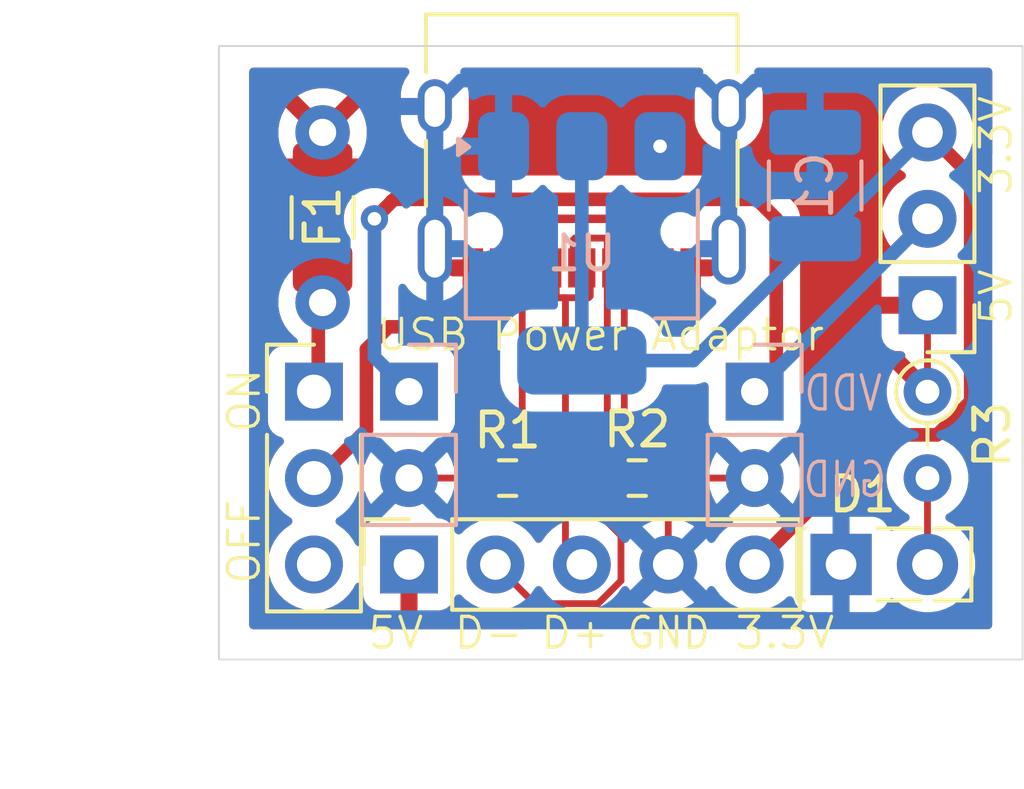
<source format=kicad_pcb>
(kicad_pcb (version 20241229) (generator "pcbnew") (generator_version "9.0")
  (title_block (title "USB Type-C Power Adaptor for Breadboard") (date "2025-08-02") (rev "3") (company "K.Takata"))
  (layers (0 "F.Cu" signal) (2 "B.Cu" signal) (13 "F.Paste" user) (15 "B.Paste" user) (5 "F.SilkS" user "F.Silkscreen") (7 "B.SilkS" user "B.Silkscreen") (1 "F.Mask" user) (3 "B.Mask" user) (25 "Edge.Cuts" user))
  (net 0 "")
  (net 1 "+3.3V")
  (net 2 "GND")
  (net 3 "Net-(D1-A)")
  (net 4 "+5V")
  (net 6 "D+")
  (net 7 "D-")
  (net 8 "Net-(J1-CC2)")
  (net 10 "Net-(J1-CC1)")
  (net 11 "/VDD")
  (net 12 "Net-(SW1-A)")
  (net 13 "Net-(SW1-B)")
  (footprint "Fuse:Fuse_1206_3216Metric_Pad1.42x1.75mm_HandSolder" (layer "F.Cu") (at 91.44 32.9835 90)
    (property "Reference" "F2" (hide yes))
    (property "Value" "Polyfuse_Small")
    (fp_line (start -0.602064 -0.91) (end 0.602064 -0.91) (stroke (width 0.12)) (layer "F.SilkS"))
    (fp_line (start -0.602064 0.91) (end 0.602064 0.91) (stroke (width 0.12)) (layer "F.SilkS"))
    (pad "1" smd roundrect (at -1.4875 0 90) (size 1.425 1.75) (layers "F.Cu" "F.Mask" "F.Paste") (roundrect_rratio 0.175439) (net 12 "Net-(SW1-A)"))
    (pad "2" smd roundrect (at 1.4875 0 90) (size 1.425 1.75) (layers "F.Cu" "F.Mask" "F.Paste") (roundrect_rratio 0.175439) (net 4 "+5V"))
  )
  (footprint "Resistor_THT:R_Axial_DIN0204_L3.6mm_D1.6mm_P2.54mm_Vertical" (layer "F.Cu") (at 109.22 38.1 -90)
    (property "Reference" "R3" (at 1.27 -1.905 90) (layer "F.SilkS"))
    (property "Value" "1k")
    (fp_line (start 0.92 0) (end 1.54 0) (stroke (width 0.12)) (layer "F.SilkS"))
    (fp_circle (center 0 0) (end 0.92 0) (stroke (width 0.12)) (fill no) (layer "F.SilkS"))
    (pad "1" thru_hole circle (at 0 0 270) (size 1.4 1.4) (drill 0.7) (layers "*.Cu" "*.Mask") (net 4 "+5V"))
    (pad "2" thru_hole circle (at 2.54 0 270) (size 1.4 1.4) (drill 0.7) (layers "*.Cu" "*.Mask") (net 3 "Net-(D1-A)"))
  )
  (footprint "Resistor_SMD:R_0603_1608Metric_Pad0.98x0.95mm_HandSolder" (layer "F.Cu") (at 100.6875 40.64)
    (property "Reference" "R2" (at 0 -1.43 0) (layer "F.SilkS"))
    (property "Value" "5.1k")
    (fp_line (start -0.254724 -0.5225) (end 0.254724 -0.5225) (stroke (width 0.12)) (layer "F.SilkS"))
    (fp_line (start -0.254724 0.5225) (end 0.254724 0.5225) (stroke (width 0.12)) (layer "F.SilkS"))
    (pad "1" smd roundrect (at -0.9125 0) (size 0.975 0.95) (layers "F.Cu" "F.Mask" "F.Paste") (net 10 "Net-(J1-CC1)"))
    (pad "2" smd roundrect (at 0.9125 0) (size 0.975 0.95) (layers "F.Cu" "F.Mask" "F.Paste") (net 2 "GND"))
  )
  (footprint "Connector_PinHeader_2.54mm:PinHeader_1x03_P2.54mm_Vertical" (layer "F.Cu") (at 91.186 38.1)
    (property "Reference" "SW1" (hide yes))
    (property "Value" "SW_SPDT" (hide yes))
    (fp_line (start -1.38 -1.38) (end 0 -1.38) (stroke (width 0.12)) (layer "F.SilkS"))
    (fp_line (start -1.38 0) (end -1.38 -1.38) (stroke (width 0.12)) (layer "F.SilkS"))
    (fp_line (start -1.38 1.27) (end -1.38 6.46) (stroke (width 0.12)) (layer "F.SilkS"))
    (fp_line (start -1.38 6.46) (end 1.38 6.46) (stroke (width 0.12)) (layer "F.SilkS"))
    (fp_line (start 1.38 1.27) (end 1.38 6.46) (stroke (width 0.12)) (layer "F.SilkS"))
    (pad "1" thru_hole rect (at 0 0) (size 1.7 1.7) (drill 1) (layers "*.Cu" "*.Mask") (net 12 "Net-(SW1-A)"))
    (pad "2" thru_hole circle (at 0 2.54) (size 1.7 1.7) (drill 1) (layers "*.Cu" "*.Mask") (net 13 "Net-(SW1-B)"))
    (pad "3" thru_hole circle (at 0 5.08) (size 1.7 1.7) (drill 1) (layers "*.Cu" "*.Mask"))
  )
  (footprint "Connector_USB:USB_C_Receptacle_XKB_U262-16XN-4BVC11" (layer "F.Cu") (at 99.058 30.793 180)
    (property "Reference" "J1" (hide yes))
    (property "Value" "USB_C_Receptacle_USB2.0_16P" (hide yes))
    (fp_line (start 4.58 3.785) (end -4.58 3.785) (stroke (width 0.12)) (layer "F.SilkS"))
    (fp_line (start 4.58 2.08) (end 4.58 3.785) (stroke (width 0.12)) (layer "F.SilkS"))
    (fp_line (start 4.58 0.07) (end 4.58 -1.85) (stroke (width 0.12)) (layer "F.SilkS"))
    (fp_line (start -4.58 3.785) (end -4.58 2.08) (stroke (width 0.12)) (layer "F.SilkS"))
    (fp_line (start -4.58 -1.85) (end -4.58 0.07) (stroke (width 0.12)) (layer "F.SilkS"))
    (pad "" np_thru_hole circle (at -2.89 -2.605 180) (size 0.65 0.65) (drill 0.65) (layers "*.Cu" "*.Mask"))
    (pad "" np_thru_hole circle (at 2.89 -2.605 180) (size 0.65 0.65) (drill 0.65) (layers "*.Cu" "*.Mask"))
    (pad "A1" smd rect (at -3.35 -3.67 180) (size 0.3 1.15) (layers "F.Cu" "F.Mask" "F.Paste") (net 2 "GND"))
    (pad "A4" smd rect (at -2.55 -3.67 180) (size 0.3 1.15) (layers "F.Cu" "F.Mask" "F.Paste") (net 13 "Net-(SW1-B)"))
    (pad "A5" smd rect (at -1.25 -3.67 180) (size 0.3 1.15) (layers "F.Cu" "F.Mask" "F.Paste") (net 10 "Net-(J1-CC1)"))
    (pad "A6" smd rect (at -0.25 -3.67 180) (size 0.3 1.15) (layers "F.Cu" "F.Mask" "F.Paste") (net 6 "D+"))
    (pad "A7" smd rect (at 0.25 -3.67 180) (size 0.3 1.15) (layers "F.Cu" "F.Mask" "F.Paste") (net 7 "D-"))
    (pad "A8" smd rect (at 1.25 -3.67 180) (size 0.3 1.15) (layers "F.Cu" "F.Mask" "F.Paste"))
    (pad "A9" smd rect (at 2.55 -3.67 180) (size 0.3 1.15) (layers "F.Cu" "F.Mask" "F.Paste") (net 13 "Net-(SW1-B)"))
    (pad "A12" smd rect (at 3.35 -3.67 180) (size 0.3 1.15) (layers "F.Cu" "F.Mask" "F.Paste") (net 2 "GND"))
    (pad "B1" smd rect (at 3.05 -3.67 180) (size 0.3 1.15) (layers "F.Cu" "F.Mask" "F.Paste") (net 2 "GND"))
    (pad "B4" smd rect (at 2.25 -3.67 180) (size 0.3 1.15) (layers "F.Cu" "F.Mask" "F.Paste") (net 13 "Net-(SW1-B)"))
    (pad "B5" smd rect (at 1.75 -3.67 180) (size 0.3 1.15) (layers "F.Cu" "F.Mask" "F.Paste") (net 8 "Net-(J1-CC2)"))
    (pad "B6" smd rect (at 0.75 -3.67 180) (size 0.3 1.15) (layers "F.Cu" "F.Mask" "F.Paste") (net 6 "D+"))
    (pad "B7" smd rect (at -0.75 -3.67 180) (size 0.3 1.15) (layers "F.Cu" "F.Mask" "F.Paste") (net 7 "D-"))
    (pad "B8" smd rect (at -1.75 -3.67 180) (size 0.3 1.15) (layers "F.Cu" "F.Mask" "F.Paste"))
    (pad "B9" smd rect (at -2.25 -3.67 180) (size 0.3 1.15) (layers "F.Cu" "F.Mask" "F.Paste") (net 13 "Net-(SW1-B)"))
    (pad "B12" smd rect (at -3.05 -3.67 180) (size 0.3 1.15) (layers "F.Cu" "F.Mask" "F.Paste") (net 2 "GND"))
    (pad "S1" thru_hole oval (at -4.32 -3.105 180) (size 1 2.1) (drill oval 0.6 1.7) (property pad_prop_heatsink) (layers "*.Cu" "*.Mask") (net 2 "GND"))
    (pad "S1" thru_hole oval (at -4.32 1.075 180) (size 1 1.6) (drill oval 0.6 1.2) (property pad_prop_heatsink) (layers "*.Cu" "*.Mask") (net 2 "GND"))
    (pad "S1" thru_hole oval (at 4.32 -3.105 180) (size 1 2.1) (drill oval 0.6 1.7) (property pad_prop_heatsink) (layers "*.Cu" "*.Mask") (net 2 "GND"))
    (pad "S1" thru_hole oval (at 4.32 1.075 180) (size 1 1.6) (drill oval 0.6 1.2) (property pad_prop_heatsink) (layers "*.Cu" "*.Mask") (net 2 "GND"))
  )
  (footprint "Capacitor_THT:C_Disc_D4.3mm_W1.9mm_P5.00mm" (layer "F.Cu") (at 91.44 35.48 90)
    (property "Reference" "F1" (at 2.5 0 90) (layer "F.SilkS"))
    (property "Value" "Polyfuse" (hide yes))
    (pad "1" thru_hole circle (at 0 0 90) (size 1.6 1.6) (drill 0.8) (layers "*.Cu" "*.Mask") (net 12 "Net-(SW1-A)"))
    (pad "2" thru_hole circle (at 5 0 90) (size 1.6 1.6) (drill 0.8) (layers "*.Cu" "*.Mask") (net 4 "+5V"))
  )
  (footprint "LED_THT:LED_Rectangular_W5.0mm_H2.0mm" (layer "F.Cu") (at 106.68 43.18)
    (property "Reference" "D1" (at 0.635 -2.06 0) (layer "F.SilkS"))
    (property "Value" "LED")
    (fp_line (start -1.29 -1.06) (end -1.29 1.06) (stroke (width 0.12)) (layer "F.SilkS"))
    (fp_line (start -1.29 -1.06) (end -1.08 -1.06) (stroke (width 0.12)) (layer "F.SilkS"))
    (fp_line (start -1.29 1.06) (end -1.08 1.06) (stroke (width 0.12)) (layer "F.SilkS"))
    (fp_line (start -1.17 -1.06) (end -1.17 1.06) (stroke (width 0.12)) (layer "F.SilkS"))
    (fp_line (start 1.08 -1.06) (end 2.333 -1.06) (stroke (width 0.12)) (layer "F.SilkS"))
    (fp_line (start 1.08 1.06) (end 2.333 1.06) (stroke (width 0.12)) (layer "F.SilkS"))
    (fp_line (start 2.747 -1.06) (end 3.83 -1.06) (stroke (width 0.12)) (layer "F.SilkS"))
    (fp_line (start 2.747 1.06) (end 3.83 1.06) (stroke (width 0.12)) (layer "F.SilkS"))
    (fp_line (start 3.83 -1.06) (end 3.83 1.06) (stroke (width 0.12)) (layer "F.SilkS"))
    (pad "1" thru_hole rect (at 0 0) (size 1.8 1.8) (drill 0.9) (layers "*.Cu" "*.Mask") (net 2 "GND"))
    (pad "2" thru_hole circle (at 2.54 0) (size 1.8 1.8) (drill 0.9) (layers "*.Cu" "*.Mask") (net 3 "Net-(D1-A)"))
  )
  (footprint "Resistor_SMD:R_0603_1608Metric_Pad0.98x0.95mm_HandSolder" (layer "F.Cu") (at 96.8775 40.64 180)
    (property "Reference" "R1" (at 0 1.397 0) (layer "F.SilkS"))
    (property "Value" "5.1k")
    (fp_line (start -0.254724 0.5225) (end 0.254724 0.5225) (stroke (width 0.12)) (layer "F.SilkS"))
    (fp_line (start -0.254724 -0.5225) (end 0.254724 -0.5225) (stroke (width 0.12)) (layer "F.SilkS"))
    (pad "1" smd roundrect (at -0.9125 0 180) (size 0.975 0.95) (layers "F.Cu" "F.Mask" "F.Paste") (net 8 "Net-(J1-CC2)"))
    (pad "2" smd roundrect (at 0.9125 0 180) (size 0.975 0.95) (layers "F.Cu" "F.Mask" "F.Paste") (net 2 "GND"))
  )
  (footprint "Connector_PinHeader_2.54mm:PinHeader_1x03_P2.54mm_Vertical" (layer "F.Cu") (at 109.22 35.56 180)
    (property "Reference" "J4" (hide yes))
    (property "Value" "Conn_01x03_Pin" (hide yes))
    (fp_line (start 1.38 1.27) (end 1.38 6.46) (stroke (width 0.12)) (layer "F.SilkS"))
    (fp_line (start -1.38 6.46) (end 1.38 6.46) (stroke (width 0.12)) (layer "F.SilkS"))
    (fp_line (start -1.38 1.27) (end 1.38 1.27) (stroke (width 0.12)) (layer "F.SilkS"))
    (fp_line (start -1.38 1.27) (end -1.38 6.46) (stroke (width 0.12)) (layer "F.SilkS"))
    (fp_line (start -1.38 0) (end -1.38 -1.38) (stroke (width 0.12)) (layer "F.SilkS"))
    (fp_line (start -1.38 -1.38) (end 0 -1.38) (stroke (width 0.12)) (layer "F.SilkS"))
    (pad "1" thru_hole rect (at 0 0 180) (size 1.7 1.7) (drill 0.9) (layers "*.Cu" "*.Mask") (net 4 "+5V"))
    (pad "2" thru_hole circle (at 0 2.54 180) (size 1.7 1.7) (drill 0.9) (layers "*.Cu" "*.Mask") (net 11 "/VDD"))
    (pad "3" thru_hole circle (at 0 5.08 180) (size 1.7 1.7) (drill 0.9) (layers "*.Cu" "*.Mask") (net 1 "+3.3V"))
  )
  (footprint "Connector_PinSocket_2.54mm:PinSocket_1x05_P2.54mm_Vertical" (layer "F.Cu") (at 93.98 43.18 90)
    (property "Reference" "J5" (hide yes))
    (property "Value" "Conn_01x05_Socket" (hide yes))
    (fp_line (start 1.33 -1.33) (end 1.33 0) (stroke (width 0.12)) (layer "F.SilkS"))
    (fp_line (start 0 -1.33) (end 1.33 -1.33) (stroke (width 0.12)) (layer "F.SilkS"))
    (fp_line (start 1.33 1.27) (end 1.33 11.49) (stroke (width 0.12)) (layer "F.SilkS"))
    (fp_line (start -1.33 1.27) (end 1.33 1.27) (stroke (width 0.12)) (layer "F.SilkS"))
    (fp_line (start -1.33 1.27) (end -1.33 11.49) (stroke (width 0.12)) (layer "F.SilkS"))
    (fp_line (start -1.33 11.49) (end 1.33 11.49) (stroke (width 0.12)) (layer "F.SilkS"))
    (pad "1" thru_hole rect (at 0 0 90) (size 1.7 1.7) (drill 0.9) (layers "*.Cu" "*.Mask") (net 4 "+5V"))
    (pad "2" thru_hole circle (at 0 2.54 90) (size 1.7 1.7) (drill 0.9) (layers "*.Cu" "*.Mask") (net 7 "D-"))
    (pad "3" thru_hole circle (at 0 5.08 90) (size 1.7 1.7) (drill 0.9) (layers "*.Cu" "*.Mask") (net 6 "D+"))
    (pad "4" thru_hole circle (at 0 7.62 90) (size 1.7 1.7) (drill 0.9) (layers "*.Cu" "*.Mask") (net 2 "GND"))
    (pad "5" thru_hole circle (at 0 10.16 90) (size 1.7 1.7) (drill 0.9) (layers "*.Cu" "*.Mask") (net 1 "+3.3V"))
  )
  (footprint "Connector_PinHeader_2.54mm:PinHeader_1x02_P2.54mm_Vertical" (layer "B.Cu") (at 104.14 38.1 180)
    (property "Reference" "J3" (hide yes))
    (property "Value" "Conn_01x02_Pin" (hide yes))
    (fp_line (start 1.38 -1.27) (end 1.38 -3.92) (stroke (width 0.12)) (layer "B.SilkS"))
    (fp_line (start -1.38 1.38) (end 0 1.38) (stroke (width 0.12)) (layer "B.SilkS"))
    (fp_line (start -1.38 0) (end -1.38 1.38) (stroke (width 0.12)) (layer "B.SilkS"))
    (fp_line (start -1.38 -1.27) (end 1.38 -1.27) (stroke (width 0.12)) (layer "B.SilkS"))
    (fp_line (start -1.38 -1.27) (end -1.38 -3.92) (stroke (width 0.12)) (layer "B.SilkS"))
    (fp_line (start -1.38 -3.92) (end 1.38 -3.92) (stroke (width 0.12)) (layer "B.SilkS"))
    (pad "1" thru_hole rect (at 0 0 180) (size 1.7 1.7) (drill 0.8) (layers "*.Cu" "*.Mask") (net 11 "/VDD"))
    (pad "2" thru_hole circle (at 0 -2.54 180) (size 1.7 1.7) (drill 0.8) (layers "*.Cu" "*.Mask") (net 2 "GND"))
  )
  (footprint "Package_TO_SOT_SMD:SOT-223-3_TabPin2" (layer "B.Cu") (at 99.06 34.036 -90)
    (property "Reference" "U1" (at 0 0 180) (layer "B.SilkS") (effects (justify mirror)))
    (property "Value" "LM1117GS-3.3")
    (fp_line (start -1.85 3.41) (end 1.91 3.41) (stroke (width 0.12)) (layer "B.SilkS"))
    (fp_line (start 1.91 3.41) (end 1.91 2.15) (stroke (width 0.12)) (layer "B.SilkS"))
    (fp_line (start -1.85 -3.41) (end 1.91 -3.41) (stroke (width 0.12)) (layer "B.SilkS"))
    (fp_line (start 1.91 -3.41) (end 1.91 -2.15) (stroke (width 0.12)) (layer "B.SilkS"))
    (fp_poly (pts (xy -3.13 3.31) (xy -3.37 3.64) (xy -2.89 3.64) (xy -3.13 3.31)) (stroke (width 0.12)) (fill yes) (layer "B.SilkS"))
    (pad "1" smd roundrect (at -3.15 2.3 270) (size 2 1.5) (layers "B.Cu" "B.Mask" "B.Paste") (net 2 "GND"))
    (pad "2" smd roundrect (at -3.15 0 270) (size 2 1.5) (layers "B.Cu" "B.Mask" "B.Paste") (net 1 "+3.3V"))
    (pad "2" smd roundrect (at 3.15 0 270) (size 2 3.8) (layers "B.Cu" "B.Mask" "B.Paste") (net 1 "+3.3V"))
    (pad "3" smd roundrect (at -3.15 -2.3 270) (size 2 1.5) (layers "B.Cu" "B.Mask" "B.Paste") (net 4 "+5V"))
  )
  (footprint "Capacitor_SMD:C_1210_3225Metric_Pad1.33x2.70mm_HandSolder" (layer "B.Cu") (at 105.918 32.0425 90)
    (property "Reference" "C1" (at 0 0 90) (layer "B.SilkS") (effects (justify mirror)))
    (property "Value" "10μ")
    (fp_line (start -0.711252 -1.36) (end 0.711252 -1.36) (stroke (width 0.12)) (layer "B.SilkS"))
    (fp_line (start -0.711252 1.36) (end 0.711252 1.36) (stroke (width 0.12)) (layer "B.SilkS"))
    (pad "1" smd roundrect (at -1.5625 0 90) (size 1.325 2.7) (layers "B.Cu" "B.Mask" "B.Paste") (roundrect_rratio 0.188679) (net 1 "+3.3V"))
    (pad "2" smd roundrect (at 1.5625 0 90) (size 1.325 2.7) (layers "B.Cu" "B.Mask" "B.Paste") (roundrect_rratio 0.188679) (net 2 "GND"))
  )
  (footprint "Connector_PinHeader_2.54mm:PinHeader_1x02_P2.54mm_Vertical" (layer "B.Cu") (at 93.98 38.1 180)
    (property "Reference" "J2" (hide yes))
    (property "Value" "Conn_01x02_Pin" (hide yes))
    (fp_line (start 1.38 -1.27) (end 1.38 -3.92) (stroke (width 0.12)) (layer "B.SilkS"))
    (fp_line (start -1.38 1.38) (end 0 1.38) (stroke (width 0.12)) (layer "B.SilkS"))
    (fp_line (start -1.38 0) (end -1.38 1.38) (stroke (width 0.12)) (layer "B.SilkS"))
    (fp_line (start -1.38 -1.27) (end 1.38 -1.27) (stroke (width 0.12)) (layer "B.SilkS"))
    (fp_line (start -1.38 -1.27) (end -1.38 -3.92) (stroke (width 0.12)) (layer "B.SilkS"))
    (fp_line (start -1.38 -3.92) (end 1.38 -3.92) (stroke (width 0.12)) (layer "B.SilkS"))
    (pad "1" thru_hole rect (at 0 0 180) (size 1.7 1.7) (drill 0.8) (layers "*.Cu" "*.Mask") (net 11 "/VDD"))
    (pad "2" thru_hole circle (at 0 -2.54 180) (size 1.7 1.7) (drill 0.8) (layers "*.Cu" "*.Mask") (net 2 "GND"))
  )
  (gr_rect (start 88.392 27.94) (end 112.014 45.974) (stroke (width 0.05)) (fill no) (layer "Edge.Cuts"))
  (gr_text "OFF" (at 89.662 43.815 90) (layer "F.SilkS") (effects (font (size 0.9 0.9) (thickness 0.1)) (justify left bottom)))
  (gr_text "3.3V" (at 111.76 32.385 90) (layer "F.SilkS") (effects (font (size 0.9 0.9) (thickness 0.1)) (justify left bottom)))
  (gr_text "D+" (at 97.79 45.72 0) (layer "F.SilkS") (effects (font (size 0.9 0.9) (thickness 0.1)) (justify left bottom)))
  (gr_text "5V" (at 92.71 45.72 0) (layer "F.SilkS") (effects (font (size 0.9 0.9) (thickness 0.1)) (justify left bottom)))
  (gr_text "D-" (at 95.25 45.72 0) (layer "F.SilkS") (effects (font (size 0.9 0.9) (thickness 0.1)) (justify left bottom)))
  (gr_text "5V" (at 111.76 36.195 90) (layer "F.SilkS") (effects (font (size 0.9 0.9) (thickness 0.1)) (justify left bottom)))
  (gr_text "USB Power Adaptor" (at 92.964 36.957 0) (layer "F.SilkS") (effects (font (size 0.9 0.9) (thickness 0.1)) (justify left bottom)))
  (gr_text "ON" (at 89.662 39.37 90) (layer "F.SilkS") (effects (font (size 0.9 0.9) (thickness 0.1)) (justify left bottom)))
  (gr_text "GND" (at 100.33 45.72 0) (layer "F.SilkS") (effects (font (size 0.9 0.8) (thickness 0.1)) (justify left bottom)))
  (gr_text "3.3V" (at 103.505 45.72 0) (layer "F.SilkS") (effects (font (size 0.9 0.9) (thickness 0.1)) (justify left bottom)))
  (gr_text "VDD" (at 107.95 38.735 0) (layer "B.SilkS") (effects (font (size 1 0.8) (thickness 0.1)) (justify left bottom mirror)))
  (gr_text "GND" (at 108.077 41.275 0) (layer "B.SilkS") (effects (font (size 1 0.8) (thickness 0.1)) (justify left bottom mirror)))
  (segment (start 109.50705 39.37) (end 107.95 39.37) (width 0.4) (layer "F.Cu") (net 1))
  (segment (start 107.95 39.37) (end 104.14 43.18) (width 0.4) (layer "F.Cu") (net 1))
  (segment (start 110.49 38.38705) (end 109.50705 39.37) (width 0.4) (layer "F.Cu") (net 1))
  (segment (start 109.22 30.48) (end 110.49 31.75) (width 0.4) (layer "F.Cu") (net 1))
  (segment (start 110.49 31.75) (end 110.49 38.38705) (width 0.4) (layer "F.Cu") (net 1))
  (segment (start 105.918 33.605) (end 102.337 37.186) (width 0.4) (layer "B.Cu") (net 1))
  (segment (start 102.337 37.186) (end 99.06 37.186) (width 0.4) (layer "B.Cu") (net 1))
  (segment (start 98.075 37.235) (end 99.1325 37.235) (width 0.2) (layer "B.Cu") (net 1))
  (segment (start 99.06 37.186) (end 99.06 30.886) (width 0.4) (layer "B.Cu") (net 1))
  (segment (start 109.22 30.48) (end 106.095 33.605) (width 0.4) (layer "B.Cu") (net 1))
  (segment (start 99.1325 37.235) (end 97.385 37.235) (width 0.2) (layer "B.Cu") (net 1))
  (segment (start 106.095 33.605) (end 105.918 33.605) (width 0.4) (layer "B.Cu") (net 1))
  (segment (start 95.965 40.64) (end 93.98 40.64) (width 0.2) (layer "F.Cu") (net 2))
  (segment (start 95.708 34.463) (end 95.303 34.463) (width 0.5) (layer "F.Cu") (net 2))
  (segment (start 102.813 34.463) (end 103.378 33.898) (width 0.2) (layer "F.Cu") (net 2))
  (segment (start 102.408 34.463) (end 102.813 34.463) (width 0.5) (layer "F.Cu") (net 2))
  (segment (start 101.6 40.64) (end 104.14 40.64) (width 0.2) (layer "F.Cu") (net 2))
  (segment (start 95.303 34.463) (end 94.738 33.898) (width 0.2) (layer "F.Cu") (net 2))
  (segment (start 101.6 43.18) (end 101.6 40.64) (width 0.2) (layer "F.Cu") (net 2))
  (segment (start 103.378 29.718) (end 104.14 28.956) (width 0.4) (layer "B.Cu") (net 2))
  (segment (start 105.918 30.48) (end 105.463 30.935) (width 0.2) (layer "B.Cu") (net 2))
  (segment (start 104.14 28.956) (end 104.648 28.956) (width 0.4) (layer "B.Cu") (net 2))
  (segment (start 95.5 28.956) (end 94.738 29.718) (width 0.4) (layer "B.Cu") (net 2))
  (segment (start 103.671 33.605) (end 103.378 33.898) (width 0.2) (layer "B.Cu") (net 2))
  (segment (start 94.738 33.898) (end 94.738 29.718) (width 0.2) (layer "B.Cu") (net 2))
  (segment (start 103.378 29.718) (end 102.616 28.956) (width 0.4) (layer "B.Cu") (net 2))
  (segment (start 102.616 28.956) (end 95.5 28.956) (width 0.4) (layer "B.Cu") (net 2))
  (segment (start 109.22 40.64) (end 109.22 43.18) (width 0.2) (layer "F.Cu") (net 3))
  (segment (start 106.68 35.56) (end 109.22 35.56) (width 0.3) (layer "F.Cu") (net 4))
  (segment (start 109.22 35.56) (end 109.22 38.1) (width 0.2) (layer "F.Cu") (net 4))
  (segment (start 104.595 30.935) (end 106.68 33.02) (width 0.3) (layer "F.Cu") (net 4))
  (segment (start 106.68 33.02) (end 106.68 35.56) (width 0.3) (layer "F.Cu") (net 4))
  (via (at 101.36 30.886) (size 0.8) (drill 0.4) (layers "F.Cu" "B.Cu") (net 4))
  (segment (start 99.308 34.463) (end 99.308 35.29) (width 0.2) (layer "F.Cu") (net 6))
  (segment (start 98.5785 35.3655) (end 98.552 35.339) (width 0.2) (layer "F.Cu") (net 6))
  (segment (start 98.308 35.29) (end 98.308 34.463) (width 0.2) (layer "F.Cu") (net 6))
  (segment (start 98.552 35.339) (end 98.357 35.339) (width 0.2) (layer "F.Cu") (net 6))
  (segment (start 99.06 43.18) (end 98.5785 42.6985) (width 0.2) (layer "F.Cu") (net 6))
  (segment (start 98.357 35.339) (end 98.308 35.29) (width 0.2) (layer "F.Cu") (net 6))
  (segment (start 99.308 35.29) (end 99.259 35.339) (width 0.2) (layer "F.Cu") (net 6))
  (segment (start 99.259 35.339) (end 98.552 35.339) (width 0.2) (layer "F.Cu") (net 6))
  (segment (start 98.5785 42.6985) (end 98.5785 35.3655) (width 0.2) (layer "F.Cu") (net 6))
  (segment (start 98.808 33.636) (end 98.857 33.587) (width 0.2) (layer "F.Cu") (net 7))
  (segment (start 99.808 39.351366) (end 99.808 34.463) (width 0.2) (layer "F.Cu") (net 7))
  (segment (start 100.211 43.65676) (end 100.211 42.331634) (width 0.2) (layer "F.Cu") (net 7))
  (segment (start 100.211 42.331634) (end 98.9865 41.107134) (width 0.2) (layer "F.Cu") (net 7))
  (segment (start 99.808 33.636) (end 99.808 34.463) (width 0.2) (layer "F.Cu") (net 7))
  (segment (start 98.857 33.587) (end 99.759 33.587) (width 0.2) (layer "F.Cu") (net 7))
  (segment (start 96.52 43.18) (end 97.671 44.331) (width 0.2) (layer "F.Cu") (net 7))
  (segment (start 98.9865 40.172866) (end 99.808 39.351366) (width 0.2) (layer "F.Cu") (net 7))
  (segment (start 98.808 34.463) (end 98.808 33.636) (width 0.2) (layer "F.Cu") (net 7))
  (segment (start 99.759 33.587) (end 99.808 33.636) (width 0.2) (layer "F.Cu") (net 7))
  (segment (start 98.9865 41.107134) (end 98.9865 40.172866) (width 0.2) (layer "F.Cu") (net 7))
  (segment (start 97.671 44.331) (end 99.53676 44.331) (width 0.2) (layer "F.Cu") (net 7))
  (segment (start 99.53676 44.331) (end 100.211 43.65676) (width 0.2) (layer "F.Cu") (net 7))
  (segment (start 97.308 40.158) (end 97.308 34.463) (width 0.2) (layer "F.Cu") (net 8))
  (segment (start 97.79 40.64) (end 97.308 40.158) (width 0.2) (layer "F.Cu") (net 8))
  (segment (start 100.308 34.463) (end 100.308 40.107) (width 0.2) (layer "F.Cu") (net 10))
  (segment (start 100.308 40.107) (end 99.775 40.64) (width 0.2) (layer "F.Cu") (net 10))
  (segment (start 104.14 38.1) (end 104.179 38.061) (width 0.2) (layer "F.Cu") (net 11))
  (segment (start 93.472 32.512) (end 93.472 32.497) (width 0.4) (layer "F.Cu") (net 11))
  (segment (start 93.537 32.447) (end 92.964 33.02) (width 0.4) (layer "F.Cu") (net 11))
  (segment (start 104.775 33.02) (end 104.775 37.465) (width 0.4) (layer "F.Cu") (net 11))
  (segment (start 104.202 32.447) (end 93.537 32.447) (width 0.4) (layer "F.Cu") (net 11))
  (segment (start 104.775 37.465) (end 104.14 38.1) (width 0.4) (layer "F.Cu") (net 11))
  (segment (start 92.964 33.02) (end 93.472 32.512) (width 0.4) (layer "F.Cu") (net 11))
  (segment (start 104.775 33.02) (end 104.202 32.447) (width 0.4) (layer "F.Cu") (net 11))
  (via (at 92.964 33.02) (size 0.8) (drill 0.4) (layers "F.Cu" "B.Cu") (net 11))
  (segment (start 109.22 33.02) (end 104.14 38.1) (width 0.4) (layer "B.Cu") (net 11))
  (segment (start 92.964 37.084) (end 93.98 38.1) (width 0.4) (layer "B.Cu") (net 11))
  (segment (start 92.964 33.02) (end 92.964 37.084) (width 0.4) (layer "B.Cu") (net 11))
  (segment (start 91.313 35.607) (end 91.44 35.48) (width 0.4) (layer "F.Cu") (net 12))
  (segment (start 91.313 38.1) (end 91.313 35.607) (width 0.4) (layer "F.Cu") (net 12))
  (segment (start 96.508 35.39) (end 96.508 34.463) (width 0.3) (layer "F.Cu") (net 13))
  (segment (start 92.729 36.849) (end 93.383 36.195) (width 0.4) (layer "F.Cu") (net 13))
  (segment (start 93.383 36.195) (end 95.803 36.195) (width 0.4) (layer "F.Cu") (net 13))
  (segment (start 97.537364 33.02) (end 100.578636 33.02) (width 0.25) (layer "F.Cu") (net 13))
  (segment (start 100.578636 33.02) (end 101.308 33.749364) (width 0.25) (layer "F.Cu") (net 13))
  (segment (start 96.559 35.439) (end 96.559 34.463) (width 0.4) (layer "F.Cu") (net 13))
  (segment (start 101.308 33.749364) (end 101.308 34.463) (width 0.25) (layer "F.Cu") (net 13))
  (segment (start 92.729 39.224) (end 91.313 40.64) (width 0.4) (layer "F.Cu") (net 13))
  (segment (start 96.808 33.749364) (end 97.537364 33.02) (width 0.25) (layer "F.Cu") (net 13))
  (segment (start 96.808 34.463) (end 96.808 33.749364) (width 0.25) (layer "F.Cu") (net 13))
  (segment (start 95.803 36.195) (end 96.559 35.439) (width 0.4) (layer "F.Cu") (net 13))
  (segment (start 92.729 36.849) (end 92.729 39.224) (width 0.4) (layer "F.Cu") (net 13))
  (zone (net 4) (net_name "+5V") (layer "F.Cu") (connect_pads (clearance 0.5)) (min_thickness 0.25) (fill yes (thermal_gap 0.5) (thermal_bridge_width 0.5))
    (polygon (pts (xy 89.281 28.575) (xy 111.125 28.575) (xy 111.125 45.085) (xy 89.281 45.085)))
  )
  (zone (net 2) (net_name "GND") (layer "B.Cu") (priority 1) (connect_pads (clearance 0.5)) (min_thickness 0.25) (fill yes (thermal_gap 0.5) (thermal_bridge_width 0.5))
    (polygon (pts (xy 89.281 28.575) (xy 111.125 28.575) (xy 111.125 45.085) (xy 89.281 45.085)))
  )
)
</source>
